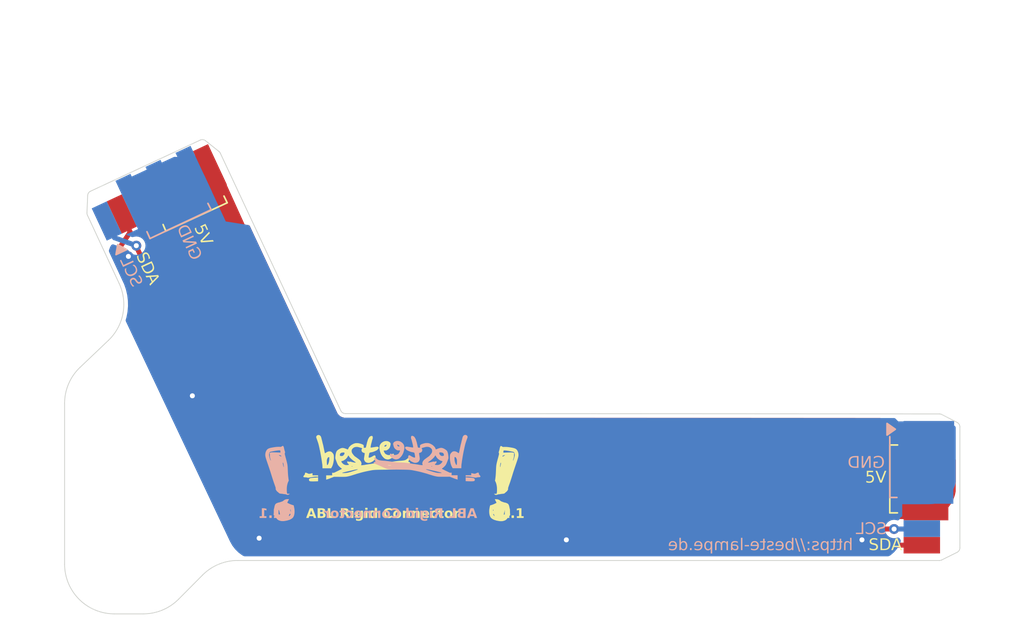
<source format=kicad_pcb>
(kicad_pcb (version 20240108) (generator "pcbnew") (generator_version "8.0")
  (title_block (title "besteLampe! ABL Rigid Connector") (date "2024-11-26") (rev "1.1") (comment 1 "See  https://lenaschimmel.de/besteLampe! for the source and more information") (comment 2 "This source describes Open Hardware and is licensed under the CERN-OHL-S v2.") (comment 3 "Copyright 2024 Lena Schimmel <mail@lenaschimmel.de>") (comment 4 "Design for JLCPCB 1-2 Layer Service"))
  (layers (0 "F.Cu" signal) (31 "B.Cu" signal) (34 "B.Paste" user) (35 "F.Paste" user) (36 "B.SilkS" user "B.Silkscreen") (37 "F.SilkS" user "F.Silkscreen") (38 "B.Mask" user) (39 "F.Mask" user) (44 "Edge.Cuts" user))
  (net 0 "")
  (net 1 "/GND")
  (net 2 "/SCL")
  (net 3 "/SDA")
  (net 4 "/5V")
  (footprint "LOGO" (layer "F.Cu") (at 95.103236 88.712498)
    (property "Reference" "G***" (hide yes))
    (property "Value" "LOGO" (hide yes))
  )
  (footprint "MountingHole:MountingHole_3.2mm_M3_DIN965" (layer "F.Cu") (at 77 94)
    (property "Reference" "H2" (hide yes))
    (property "Value" "MountingHole")
    (pad "" np_thru_hole circle (at 0 0) (size 3.2 3.2) (drill 3.2) (layers "*.Cu" "*.Mask"))
  )
  (footprint "MountingHole:MountingHole_3.2mm_M3_DIN965" (layer "F.Cu") (at 77 85 25)
    (property "Reference" "H1" (hide yes))
    (property "Value" "MountingHole")
    (pad "" np_thru_hole circle (at 0 0 25) (size 3.2 3.2) (drill 3.2) (layers "*.Cu" "*.Mask"))
  )
  (footprint "009159008603906:9159 Connector" (layer "B.Cu") (at 124.633438 85.350516)
    (property "Reference" "J1" (hide yes))
    (property "Value" "009159008603906")
    (pad "1" smd rect (at 1.525 0.5) (size 3.05 0.999999) (layers "B.Cu" "B.Paste" "B.Mask") (net 1 "/GND"))
    (pad "2" smd rect (at 1.35 1.5) (size 2.7 1) (layers "F.Cu" "F.Paste" "F.Mask") (net 4 "/5V"))
    (pad "3" smd rect (at 1.5 2.5) (size 3 1) (layers "B.Cu" "B.Paste" "B.Mask") (net 1 "/GND"))
    (pad "4" smd rect (at 1.35 3.5) (size 2.7 1) (layers "F.Cu" "F.Paste" "F.Mask") (net 4 "/5V"))
    (pad "5" smd rect (at 1.5 4.499999) (size 3 1) (layers "B.Cu" "B.Paste" "B.Mask") (net 1 "/GND"))
    (pad "6" smd rect (at 1.35 5.5) (size 2.7 1) (layers "F.Cu" "F.Paste" "F.Mask") (net 4 "/5V"))
    (pad "7" smd rect (at 1.1 6.5) (size 2.2 1) (layers "B.Cu" "B.Paste" "B.Mask") (net 2 "/SCL"))
    (pad "8" smd rect (at 1.1 7.499999) (size 2.2 1) (layers "F.Cu" "F.Paste" "F.Mask") (net 3 "/SDA"))
  )
  (footprint "009159008603906:9159 Connector" (layer "B.Cu") (at 76.544746 74.458585 115)
    (property "Reference" "J2" (hide yes))
    (property "Value" "009159008603906")
    (pad "1" smd rect (at 1.075 0.5 115) (size 2.15 1) (layers "B.Cu" "B.Paste" "B.Mask") (net 2 "/SCL"))
    (pad "2" smd rect (at 1.075 1.5 115) (size 2.15 1) (layers "F.Cu" "F.Paste" "F.Mask") (net 3 "/SDA"))
    (pad "3" smd rect (at 1.525 2.5 115) (size 3.05 1) (layers "B.Cu" "B.Paste" "B.Mask") (net 1 "/GND"))
    (pad "4" smd rect (at 1.349999 3.5 115) (size 2.7 1) (layers "F.Cu" "F.Paste" "F.Mask") (net 4 "/5V"))
    (pad "5" smd rect (at 1.525 4.5 115) (size 3.05 1) (layers "B.Cu" "B.Paste" "B.Mask") (net 1 "/GND"))
    (pad "6" smd rect (at 1.35 5.5 115) (size 2.7 1) (layers "F.Cu" "F.Paste" "F.Mask") (net 4 "/5V"))
    (pad "7" smd rect (at 1.525 6.5 115) (size 3.05 1) (layers "B.Cu" "B.Paste" "B.Mask") (net 1 "/GND"))
    (pad "8" smd rect (at 1.349999 7.5 115) (size 2.7 1) (layers "F.Cu" "F.Paste" "F.Mask") (net 4 "/5V"))
  )
  (footprint "LOGO" (layer "B.Cu") (at 92.40025 88.707499 180)
    (property "Reference" "G***" (hide yes))
    (property "Value" "LOGO" (hide yes))
  )
  (gr_line (start 78.09 75.955) (end 77.83 75.385) (stroke (width 0.3)) (layer "F.Cu") (net 1))
  (gr_line (start 79.55 79.11) (end 81.25 82.84) (stroke (width 0.3)) (layer "F.Cu") (net 1))
  (gr_line (start 79.01 79.62) (end 80.33 82.52) (stroke (width 0.3)) (layer "F.Cu") (net 3))
  (gr_line (start 123.8 89.97) (end 124.229348 89.97) (stroke (width 0.1)) (layer "B.SilkS"))
  (gr_line (start 82.845 72.59) (end 82.65 72.21) (stroke (width 0.1)) (layer "B.SilkS"))
  (gr_line (start 123.8 89.97) (end 123.8 86.3) (stroke (width 0.1)) (layer "B.SilkS"))
  (gr_line (start 79.155 74.33) (end 78.97 73.92) (stroke (width 0.1)) (layer "B.SilkS"))
  (gr_line (start 82.845 72.59) (end 79.155 74.33) (stroke (width 0.1)) (layer "B.SilkS"))
  (gr_line (start 79.942401 73.486282) (end 80.108155 73.879919) (stroke (width 0.1)) (layer "F.SilkS"))
  (gr_line (start 83.617795 71.766405) (end 83.812958 72.171666) (stroke (width 0.1)) (layer "F.SilkS"))
  (gr_line (start 123.8 90.9) (end 123.8 86.8) (stroke (width 0.1)) (layer "F.SilkS"))
  (gr_line (start 124.26 90.9) (end 123.8 90.9) (stroke (width 0.1)) (layer "F.SilkS"))
  (gr_line (start 124.27 86.8) (end 123.8 86.8) (stroke (width 0.1)) (layer "F.SilkS"))
  (gr_line (start 83.812958 72.171666) (end 80.108155 73.879919) (stroke (width 0.1)) (layer "F.SilkS"))
  (gr_arc (start 77.293734 77.04823) (mid 77.520152 78.870987) (end 76.641718 80.484078) (stroke (width 0.05)) (layer "Edge.Cuts"))
  (gr_arc (start 127.866904 85.44108) (mid 127.985241 85.551575) (end 128.028931 85.70747) (stroke (width 0.05)) (layer "Edge.Cuts"))
  (gr_line (start 128.028931 93.014059) (end 128.028931 85.70747) (stroke (width 0.05)) (layer "Edge.Cuts"))
  (gr_arc (start 82.187393 68.384987) (mid 82.349652 68.358984) (end 82.501267 68.422363) (stroke (width 0.05)) (layer "Edge.Cuts"))
  (gr_line (start 74.931035 82.1133) (end 76.641718 80.484078) (stroke (width 0.05)) (layer "Edge.Cuts"))
  (gr_arc (start 75.392418 71.732312) (mid 75.44255 71.578366) (end 75.565374 71.472885) (stroke (width 0.05)) (layer "Edge.Cuts"))
  (gr_arc (start 90.940763 84.902199) (mid 90.779836 84.855233) (end 90.669197 84.729273) (stroke (width 0.05)) (layer "Edge.Cuts"))
  (gr_line (start 74 84.285714) (end 74 94) (stroke (width 0.05)) (layer "Edge.Cuts"))
  (gr_arc (start 83.312172 69.069274) (mid 83.360716 69.118103) (end 83.39684 69.176717) (stroke (width 0.05)) (layer "Edge.Cuts"))
  (gr_line (start 126.935295 84.958564) (end 127.866904 85.44108) (stroke (width 0.05)) (layer "Edge.Cuts"))
  (gr_line (start 77 97) (end 78.750647 97) (stroke (width 0.05)) (layer "Edge.Cuts"))
  (gr_arc (start 128.028931 93.014059) (mid 127.983943 93.172126) (end 127.862408 93.28273) (stroke (width 0.05)) (layer "Edge.Cuts"))
  (gr_line (start 83.39684 69.176717) (end 90.669197 84.729273) (stroke (width 0.05)) (layer "Edge.Cuts"))
  (gr_arc (start 77 97) (mid 74.87868 96.12132) (end 74 94) (stroke (width 0.05)) (layer "Edge.Cuts"))
  (gr_line (start 75.376771 72.919785) (end 77.293734 77.04823) (stroke (width 0.05)) (layer "Edge.Cuts"))
  (gr_line (start 80.880048 96.11321) (end 82.319952 94.662273) (stroke (width 0.05)) (layer "Edge.Cuts"))
  (gr_line (start 75.348834 72.780346) (end 75.392418 71.732312) (stroke (width 0.05)) (layer "Edge.Cuts"))
  (gr_arc (start 126.797514 84.924953) (mid 126.868416 84.933507) (end 126.935295 84.958564) (stroke (width 0.05)) (layer "Edge.Cuts"))
  (gr_arc (start 74 84.285714) (mid 74.242565 83.103956) (end 74.931035 82.1133) (stroke (width 0.05)) (layer "Edge.Cuts"))
  (gr_line (start 75.565374 71.472885) (end 82.187393 68.384987) (stroke (width 0.05)) (layer "Edge.Cuts"))
  (gr_arc (start 80.880048 96.11321) (mid 79.903984 96.769444) (end 78.750647 97) (stroke (width 0.05)) (layer "Edge.Cuts"))
  (gr_arc (start 126.933625 93.744153) (mid 126.868627 93.767554) (end 126.8 93.775482) (stroke (width 0.05)) (layer "Edge.Cuts"))
  (gr_line (start 126.8 84.924953) (end 90.940763 84.902199) (stroke (width 0.05)) (layer "Edge.Cuts"))
  (gr_arc (start 75.376771 72.919785) (mid 75.354421 72.851745) (end 75.348834 72.780346) (stroke (width 0.05)) (layer "Edge.Cuts"))
  (gr_line (start 126.8 93.775482) (end 84.449353 93.775482) (stroke (width 0.05)) (layer "Edge.Cuts"))
  (gr_line (start 127.862408 93.28273) (end 126.933625 93.744153) (stroke (width 0.05)) (layer "Edge.Cuts"))
  (gr_arc (start 82.319952 94.662273) (mid 83.296016 94.006039) (end 84.449353 93.775482) (stroke (width 0.05)) (layer "Edge.Cuts"))
  (gr_line (start 82.501267 68.422363) (end 83.312172 69.069274) (stroke (width 0.05)) (layer "Edge.Cuts"))
  (gr_text "SCL" (at 78.01 77.37 295) (layer "B.SilkS") (effects (font (size 0.7 0.7) (thickness 0.0875)) (justify left bottom mirror)))
  (gr_text "ABL Rigid Connector       v1.1" (at 98.9 91.305388 0) (layer "B.SilkS") (effects (font (size 0.575 0.575) (thickness 0.14375) (bold yes)) (justify left bottom mirror)))
  (gr_text "GND" (at 123.5 88.3 0) (layer "B.SilkS") (effects (font (size 0.7 0.7) (thickness 0.0875)) (justify left bottom mirror)))
  (gr_text "SCL" (at 123.6 92.3 0) (layer "B.SilkS") (effects (font (size 0.7 0.7) (thickness 0.0875)) (justify left bottom mirror)))
  (gr_text "https://beste-lampe.de" (at 121.58 93.27 0) (layer "B.SilkS") (effects (font (size 0.7 0.7) (thickness 0.0875)) (justify left bottom mirror)))
  (gr_text "GND" (at 81.595 75.76 -65) (layer "B.SilkS") (effects (font (size 0.7 0.7) (thickness 0.0875)) (justify left bottom mirror)))
  (gr_text "ABL Rigid Connector       v1.1" (at 88.572984 91.305388 0) (layer "F.SilkS") (effects (font (size 0.575 0.575) (thickness 0.14375) (bold yes)) (justify left bottom)))
  (gr_text "5V" (at 122.307171 89.192657 0) (layer "F.SilkS") (effects (font (size 0.7 0.7) (thickness 0.0875)) (justify left bottom)))
  (gr_text "5V" (at 81.7 73.7 -65) (layer "F.SilkS") (effects (font (size 0.7 0.7) (thickness 0.0875)) (justify left bottom)))
  (gr_text "SDA" (at 78.2 75.4 -65) (layer "F.SilkS") (effects (font (size 0.7 0.7) (thickness 0.0875)) (justify left bottom)))
  (gr_text "SDA" (at 122.52 93.27 0) (layer "F.SilkS") (effects (font (size 0.7 0.7) (thickness 0.0875)) (justify left bottom)))
  (segment (start 81.25 82.82) (end 81.7 83.84) (width 0.3) (layer "F.Cu") (net 1))
  (segment (start 78.54 76.92) (end 78.09 75.95) (width 0.3) (layer "F.Cu") (net 1))
  (segment (start 104.28 92.53) (end 122.12 92.53) (width 0.3) (layer "F.Cu") (net 1))
  (segment (start 81.7 83.84) (end 85.74 92.43) (width 0.3) (layer "F.Cu") (net 1))
  (segment (start 78.54 76.92) (end 79.56 79.12) (width 0.3) (layer "F.Cu") (net 1))
  (segment (start 85.74 92.43) (end 104.28 92.53) (width 0.3) (layer "F.Cu") (net 1))
  (via (at 104.28 92.53) (size 0.6) (drill 0.3) (layers "F.Cu" "B.Cu") (net 1))
  (via (at 122.12 92.53) (size 0.6) (drill 0.3) (layers "F.Cu" "B.Cu") (net 1))
  (via (at 85.74 92.43) (size 0.6) (drill 0.3) (layers "F.Cu" "B.Cu") (net 1))
  (via (at 81.71 83.83) (size 0.6) (drill 0.3) (layers "F.Cu" "B.Cu") (net 1))
  (via (at 77.85 75.41) (size 0.6) (drill 0.3) (layers "F.Cu" "B.Cu") (net 1))
  (segment (start 79.429121 77.17421) (end 78.317432 74.790184) (width 0.3) (layer "F.Cu") (net 2))
  (segment (start 85.444746 90.408585) (end 79.429121 77.17421) (width 0.3) (layer "F.Cu") (net 2))
  (segment (start 124.058437 91.875516) (end 86.120001 91.875516) (width 0.3) (layer "F.Cu") (net 2))
  (segment (start 85.444746 90.408585) (end 86.12 91.875517) (width 0.3) (layer "F.Cu") (net 2))
  (segment (start 78.317432 74.790184) (end 78.327475 74.76259) (width 0.3) (layer "F.Cu") (net 2))
  (segment (start 86.120001 91.875516) (end 86.12 91.875517) (width 0.3) (layer "F.Cu") (net 2))
  (via (at 124.058437 91.875516) (size 0.6) (drill 0.3) (layers "F.Cu" "B.Cu") (net 2))
  (via (at 78.327475 74.76259) (size 0.6) (drill 0.3) (layers "F.Cu" "B.Cu") (net 2))
  (segment (start 124.058437 91.875516) (end 125.058438 91.875517) (width 0.3) (layer "B.Cu") (net 2))
  (segment (start 77.015528 74.285081) (end 76.543585 73.272995) (width 0.3) (layer "B.Cu") (net 2))
  (segment (start 78.327475 74.76259) (end 77.015528 74.285081) (width 0.3) (layer "B.Cu") (net 2))
  (segment (start 123.19 93.2) (end 124.1 92.85) (width 0.3) (layer "F.Cu") (net 3))
  (segment (start 85.65 93.11) (end 85.5 93.11) (width 0.3) (layer "F.Cu") (net 3))
  (segment (start 85.5 93.11) (end 85.348954 93.11) (width 0.3) (layer "F.Cu") (net 3))
  (segment (start 77.958491 73.941068) (end 77.333673 72.601142) (width 0.3) (layer "F.Cu") (net 3))
  (segment (start 85.348954 93.11) (end 85.119477 92.880523) (width 0.3) (layer "F.Cu") (net 3))
  (segment (start 78.999872 79.620128) (end 77.02 75.33) (width 0.3) (layer "F.Cu") (net 3))
  (segment (start 85.119477 92.880523) (end 80.338733 82.521267) (width 0.3) (layer "F.Cu") (net 3))
  (segment (start 85.5 93.11) (end 104.29 93.19) (width 0.3) (layer "F.Cu") (net 3))
  (segment (start 77.02 75.33) (end 77.958491 73.941068) (width 0.3) (layer "F.Cu") (net 3))
  (segment (start 124.1 92.85) (end 125.733438 92.850515) (width 0.3) (layer "F.Cu") (net 3))
  (segment (start 104.29 93.19) (end 123.19 93.2) (width 0.3) (layer "F.Cu") (net 3))
  (zone (net 4) (net_name "/5V") (layer "F.Cu") (connect_pads yes (clearance 0.25)) (min_thickness 0.25) (fill yes (thermal_gap 0.5) (thermal_bridge_width 0.5) (smoothing fillet) (radius 2))
    (polygon (pts (xy 120.371557 94.312397) (xy 123.408438 91.275518) (xy 127.808438 91.275516) (xy 127.808438 86.375516) (xy 124.558438 86.375518) (xy 122.808438 84.625516) (xy 91.5 83.75) (xy 85.44 73.57) (xy 84.87 73.49) (xy 82.675 68.65) (xy 78.15 70.75) (xy 79.7 74.125) (xy 79.25 75.25) (xy 86.54 91.33)))
  )
  (zone (net 1) (net_name "/GND") (layer "B.Cu") (connect_pads yes (clearance 0.25)) (min_thickness 0.25) (fill yes (thermal_gap 0.5) (thermal_bridge_width 0.5) (smoothing fillet) (radius 2))
    (polygon (pts (xy 124.56 94.01) (xy 124.55 90.38) (xy 127.808438 90.375516) (xy 127.808438 86.375516) (xy 127.808437 85.375517) (xy 124.308438 85.375516) (xy 123.558438 84.625518) (xy 91.5 83.75) (xy 85.45 73.575) (xy 83.725 73.3) (xy 81.6 68.725) (xy 77.1 70.85) (xy 78.43 73.76) (xy 75.66 75.03) (xy 85.005917 94.794083)))
  )
)
</source>
